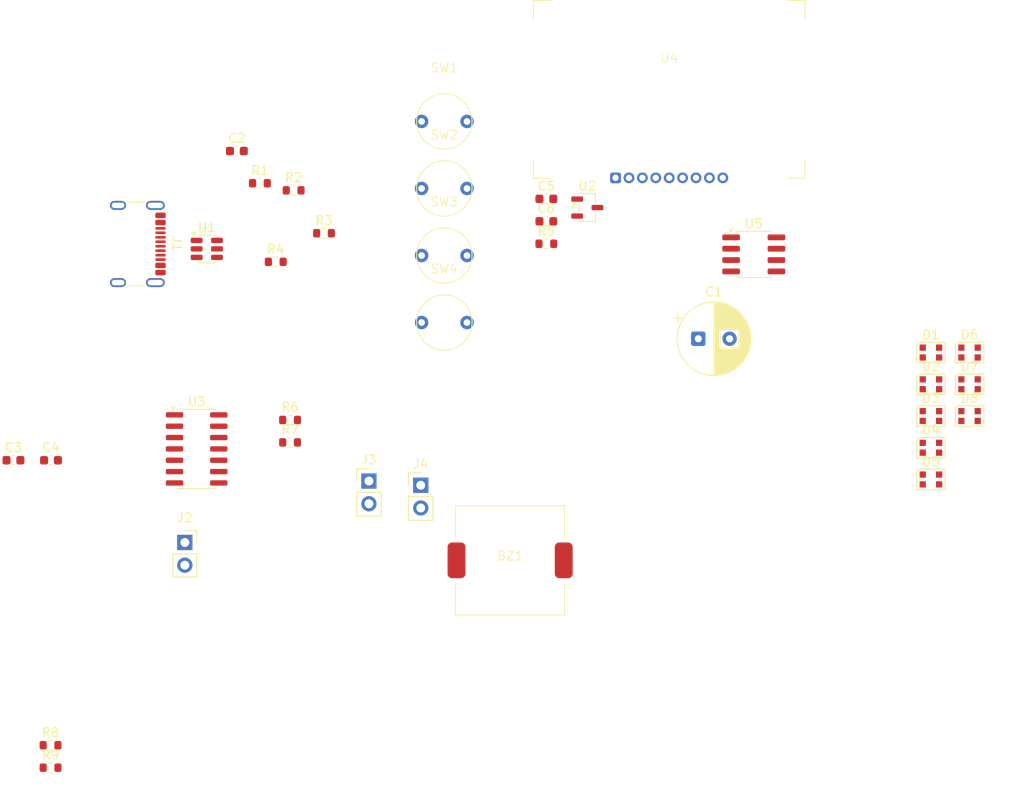
<source format=kicad_pcb>
(kicad_pcb (version 20241229) (generator "pcbnew") (generator_version "9.0")
  (layers (0 "F.Cu" signal) (2 "B.Cu" signal) (13 "F.Paste" user) (15 "B.Paste" user) (5 "F.SilkS" user "F.Silkscreen") (7 "B.SilkS" user "B.Silkscreen") (1 "F.Mask" user) (3 "B.Mask" user) (25 "Edge.Cuts" user))
  (net 0 "")
  (net 1 "GND")
  (net 2 "SPK")
  (net 3 "+3V3")
  (net 4 "VBUS")
  (net 5 "+5V")
  (net 6 "NP")
  (net 7 "Net-(D1-DOUT)")
  (net 8 "Net-(D2-DOUT)")
  (net 9 "Net-(D3-DOUT)")
  (net 10 "Net-(D4-DOUT)")
  (net 11 "Net-(D5-DOUT)")
  (net 12 "Net-(D6-DOUT)")
  (net 13 "Net-(D7-DOUT)")
  (net 14 "Net-(U4-VOUT)")
  (net 15 "Net-(U4-CAP1N)")
  (net 16 "Net-(U4-CAP1P)")
  (net 18 "Net-(J3-Pin_1)")
  (net 19 "SDA_3V3")
  (net 20 "SCL_3V3")
  (net 25 "CC2")
  (net 26 "CC1")
  (net 29 "Net-(J3-Pin_2)")
  (net 30 "Net-(R5-Pad2)")
  (net 31 "UPDI")
  (net 32 "Net-(U1-CFG)")
  (net 33 "V_SENSE")
  (net 34 "WO2")
  (net 35 "BTN1")
  (net 36 "BTN2")
  (net 37 "BTN3")
  (net 38 "BTN4")
  (net 40 "~{PG}")
  (net 41 "WO0")
  (footprint "Resistor_SMD:R_0603_1608Metric" (layer "F.Cu") (at 111.775 122.2)
    (property "Reference" "R7" (at 0 -1.43 0) (layer "F.SilkS"))
    (property "Value" "4k7")
    (fp_line (start -0.237258 -0.5225) (end 0.237258 -0.5225) (stroke (width 0.12)) (layer "F.SilkS"))
    (fp_line (start -0.237258 0.5225) (end 0.237258 0.5225) (stroke (width 0.12)) (layer "F.SilkS"))
    (pad "1" smd roundrect (at -0.825 0) (size 0.8 0.95) (layers "F.Cu" "F.Mask" "F.Paste") (net 33 "V_SENSE"))
    (pad "2" smd roundrect (at 0.825 0) (size 0.8 0.95) (layers "F.Cu" "F.Mask" "F.Paste") (net 1 "GND"))
  )
  (footprint "Capacitor_THT:CP_Radial_D8.0mm_P3.50mm" (layer "F.Cu") (at 157.454698 110.605)
    (property "Reference" "C1" (at 1.75 -5.25 0) (layer "F.SilkS"))
    (property "Value" "470u")
    (fp_line (start -2.659698 -2.315) (end -1.859698 -2.315) (stroke (width 0.12)) (layer "F.SilkS"))
    (fp_line (start -2.259698 -2.715) (end -2.259698 -1.915) (stroke (width 0.12)) (layer "F.SilkS"))
    (fp_line (start 1.75 -4.08) (end 1.75 4.08) (stroke (width 0.12)) (layer "F.SilkS"))
    (fp_line (start 1.79 -4.08) (end 1.79 4.08) (stroke (width 0.12)) (layer "F.SilkS"))
    (fp_line (start 1.83 -4.079) (end 1.83 4.079) (stroke (width 0.12)) (layer "F.SilkS"))
    (fp_line (start 1.87 -4.078) (end 1.87 4.078) (stroke (width 0.12)) (layer "F.SilkS"))
    (fp_line (start 1.91 -4.077) (end 1.91 4.077) (stroke (width 0.12)) (layer "F.SilkS"))
    (fp_line (start 1.95 -4.075) (end 1.95 4.075) (stroke (width 0.12)) (layer "F.SilkS"))
    (fp_line (start 1.99 -4.073) (end 1.99 4.073) (stroke (width 0.12)) (layer "F.SilkS"))
    (fp_line (start 2.03 -4.07) (end 2.03 4.07) (stroke (width 0.12)) (layer "F.SilkS"))
    (fp_line (start 2.07 -4.068) (end 2.07 4.068) (stroke (width 0.12)) (layer "F.SilkS"))
    (fp_line (start 2.11 -4.064) (end 2.11 4.064) (stroke (width 0.12)) (layer "F.SilkS"))
    (fp_line (start 2.15 -4.061) (end 2.15 4.061) (stroke (width 0.12)) (layer "F.SilkS"))
    (fp_line (start 2.19 -4.056) (end 2.19 4.056) (stroke (width 0.12)) (layer "F.SilkS"))
    (fp_line (start 2.23 -4.052) (end 2.23 4.052) (stroke (width 0.12)) (layer "F.SilkS"))
    (fp_line (start 2.27 -4.047) (end 2.27 4.047) (stroke (width 0.12)) (layer "F.SilkS"))
    (fp_line (start 2.31 -4.042) (end 2.31 4.042) (stroke (width 0.12)) (layer "F.SilkS"))
    (fp_line (start 2.35 -4.036) (end 2.35 4.036) (stroke (width 0.12)) (layer "F.SilkS"))
    (fp_line (start 2.39 -4.03) (end 2.39 4.03) (stroke (width 0.12)) (layer "F.SilkS"))
    (fp_line (start 2.43 -4.023) (end 2.43 4.023) (stroke (width 0.12)) (layer "F.SilkS"))
    (fp_line (start 2.47 -4.017) (end 2.47 -1.04) (stroke (width 0.12)) (layer "F.SilkS"))
    (fp_line (start 2.47 1.04) (end 2.47 4.017) (stroke (width 0.12)) (layer "F.SilkS"))
    (fp_line (start 2.51 -4.009) (end 2.51 -1.04) (stroke (width 0.12)) (layer "F.SilkS"))
    (fp_line (start 2.51 1.04) (end 2.51 4.009) (stroke (width 0.12)) (layer "F.SilkS"))
    (fp_line (start 2.55 -4.002) (end 2.55 -1.04) (stroke (width 0.12)) (layer "F.SilkS"))
    (fp_line (start 2.55 1.04) (end 2.55 4.002) (stroke (width 0.12)) (layer "F.SilkS"))
    (fp_line (start 2.59 -3.993) (end 2.59 -1.04) (stroke (width 0.12)) (layer "F.SilkS"))
    (fp_line (start 2.59 1.04) (end 2.59 3.993) (stroke (width 0.12)) (layer "F.SilkS"))
    (fp_line (start 2.63 -3.985) (end 2.63 -1.04) (stroke (width 0.12)) (layer "F.SilkS"))
    (fp_line (start 2.63 1.04) (end 2.63 3.985) (stroke (width 0.12)) (layer "F.SilkS"))
    (fp_line (start 2.67 -3.976) (end 2.67 -1.04) (stroke (width 0.12)) (layer "F.SilkS"))
    (fp_line (start 2.67 1.04) (end 2.67 3.976) (stroke (width 0.12)) (layer "F.SilkS"))
    (fp_line (start 2.71 -3.967) (end 2.71 -1.04) (stroke (width 0.12)) (layer "F.SilkS"))
    (fp_line (start 2.71 1.04) (end 2.71 3.967) (stroke (width 0.12)) (layer "F.SilkS"))
    (fp_line (start 2.75 -3.957) (end 2.75 -1.04) (stroke (width 0.12)) (layer "F.SilkS"))
    (fp_line (start 2.75 1.04) (end 2.75 3.957) (stroke (width 0.12)) (layer "F.SilkS"))
    (fp_line (start 2.79 -3.947) (end 2.79 -1.04) (stroke (width 0.12)) (layer "F.SilkS"))
    (fp_line (start 2.79 1.04) (end 2.79 3.947) (stroke (width 0.12)) (layer "F.SilkS"))
    (fp_line (start 2.83 -3.936) (end 2.83 -1.04) (stroke (width 0.12)) (layer "F.SilkS"))
    (fp_line (start 2.83 1.04) (end 2.83 3.936) (stroke (width 0.12)) (layer "F.SilkS"))
    (fp_line (start 2.87 -3.925) (end 2.87 -1.04) (stroke (width 0.12)) (layer "F.SilkS"))
    (fp_line (start 2.87 1.04) (end 2.87 3.925) (stroke (width 0.12)) (layer "F.SilkS"))
    (fp_line (start 2.91 -3.913) (end 2.91 -1.04) (stroke (width 0.12)) (layer "F.SilkS"))
    (fp_line (start 2.91 1.04) (end 2.91 3.913) (stroke (width 0.12)) (layer "F.SilkS"))
    (fp_line (start 2.95 -3.901) (end 2.95 -1.04) (stroke (width 0.12)) (layer "F.SilkS"))
    (fp_line (start 2.95 1.04) (end 2.95 3.901) (stroke (width 0.12)) (layer "F.SilkS"))
    (fp_line (start 2.99 -3.889) (end 2.99 -1.04) (stroke (width 0.12)) (layer "F.SilkS"))
    (fp_line (start 2.99 1.04) (end 2.99 3.889) (stroke (width 0.12)) (layer "F.SilkS"))
    (fp_line (start 3.03 -3.876) (end 3.03 -1.04) (stroke (width 0.12)) (layer "F.SilkS"))
    (fp_line (start 3.03 1.04) (end 3.03 3.876) (stroke (width 0.12)) (layer "F.SilkS"))
    (fp_line (start 3.07 -3.863) (end 3.07 -1.04) (stroke (width 0.12)) (layer "F.SilkS"))
    (fp_line (start 3.07 1.04) (end 3.07 3.863) (stroke (width 0.12)) (layer "F.SilkS"))
    (fp_line (start 3.11 -3.849) (end 3.11 -1.04) (stroke (width 0.12)) (layer "F.SilkS"))
    (fp_line (start 3.11 1.04) (end 3.11 3.849) (stroke (width 0.12)) (layer "F.SilkS"))
    (fp_line (start 3.15 -3.835) (end 3.15 -1.04) (stroke (width 0.12)) (layer "F.SilkS"))
    (fp_line (start 3.15 1.04) (end 3.15 3.835) (stroke (width 0.12)) (layer "F.SilkS"))
    (fp_line (start 3.19 -3.82) (end 3.19 -1.04) (stroke (width 0.12)) (layer "F.SilkS"))
    (fp_line (start 3.19 1.04) (end 3.19 3.82) (stroke (width 0.12)) (layer "F.SilkS"))
    (fp_line (start 3.23 -3.805) (end 3.23 -1.04) (stroke (width 0.12)) (layer "F.SilkS"))
    (fp_line (start 3.23 1.04) (end 3.23 3.805) (stroke (width 0.12)) (layer "F.SilkS"))
    (fp_line (start 3.27 -3.789) (end 3.27 -1.04) (stroke (width 0.12)) (layer "F.SilkS"))
    (fp_line (start 3.27 1.04) (end 3.27 3.789) (stroke (width 0.12)) (layer "F.SilkS"))
    (fp_line (start 3.31 -3.773) (end 3.31 -1.04) (stroke (width 0.12)) (layer "F.SilkS"))
    (fp_line (start 3.31 1.04) (end 3.31 3.773) (stroke (width 0.12)) (layer "F.SilkS"))
    (fp_line (start 3.35 -3.757) (end 3.35 -1.04) (stroke (width 0.12)) (layer "F.SilkS"))
    (fp_line (start 3.35 1.04) (end 3.35 3.757) (stroke (width 0.12)) (layer "F.SilkS"))
    (fp_line (start 3.39 -3.74) (end 3.39 -1.04) (stroke (width 0.12)) (layer "F.SilkS"))
    (fp_line (start 3.39 1.04) (end 3.39 3.74) (stroke (width 0.12)) (layer "F.SilkS"))
    (fp_line (start 3.43 -3.722) (end 3.43 -1.04) (stroke (width 0.12)) (layer "F.SilkS"))
    (fp_line (start 3.43 1.04) (end 3.43 3.722) (stroke (width 0.12)) (layer "F.SilkS"))
    (fp_line (start 3.47 -3.704) (end 3.47 -1.04) (stroke (width 0.12)) (layer "F.SilkS"))
    (fp_line (start 3.47 1.04) (end 3.47 3.704) (stroke (width 0.12)) (layer "F.SilkS"))
    (fp_line (start 3.51 -3.685) (end 3.51 -1.04) (stroke (width 0.12)) (layer "F.SilkS"))
    (fp_line (start 3.51 1.04) (end 3.51 3.685) (stroke (width 0.12)) (layer "F.SilkS"))
    (fp_line (start 3.55 -3.666) (end 3.55 -1.04) (stroke (width 0.12)) (layer "F.SilkS"))
    (fp_line (start 3.55 1.04) (end 3.55 3.666) (stroke (width 0.12)) (layer "F.SilkS"))
    (fp_line (start 3.59 -3.646) (end 3.59 -1.04) (stroke (width 0.12)) (layer "F.SilkS"))
    (fp_line (start 3.59 1.04) (end 3.59 3.646) (stroke (width 0.12)) (layer "F.SilkS"))
    (fp_line (start 3.63 -3.626) (end 3.63 -1.04) (stroke (width 0.12)) (layer "F.SilkS"))
    (fp_line (start 3.63 1.04) (end 3.63 3.626) (stroke (width 0.12)) (layer "F.SilkS"))
    (fp_line (start 3.67 -3.605) (end 3.67 -1.04) (stroke (width 0.12)) (layer "F.SilkS"))
    (fp_line (start 3.67 1.04) (end 3.67 3.605) (stroke (width 0.12)) (layer "F.SilkS"))
    (fp_line (start 3.71 -3.584) (end 3.71 -1.04) (stroke (width 0.12)) (layer "F.SilkS"))
    (fp_line (start 3.71 1.04) (end 3.71 3.584) (stroke (width 0.12)) (layer "F.SilkS"))
    (fp_line (start 3.75 -3.562) (end 3.75 -1.04) (stroke (width 0.12)) (layer "F.SilkS"))
    (fp_line (start 3.75 1.04) (end 3.75 3.562) (stroke (width 0.12)) (layer "F.SilkS"))
    (fp_line (start 3.79 -3.539) (end 3.79 -1.04) (stroke (width 0.12)) (layer "F.SilkS"))
    (fp_line (start 3.79 1.04) (end 3.79 3.539) (stroke (width 0.12)) (layer "F.SilkS"))
    (fp_line (start 3.83 -3.516) (end 3.83 -1.04) (stroke (width 0.12)) (layer "F.SilkS"))
    (fp_line (start 3.83 1.04) (end 3.83 3.516) (stroke (width 0.12)) (layer "F.SilkS"))
    (fp_line (start 3.87 -3.493) (end 3.87 -1.04) (stroke (width 0.12)) (layer "F.SilkS"))
    (fp_line (start 3.87 1.04) (end 3.87 3.493) (stroke (width 0.12)) (layer "F.SilkS"))
    (fp_line (start 3.91 -3.468) (end 3.91 -1.04) (stroke (width 0.12)) (layer "F.SilkS"))
    (fp_line (start 3.91 1.04) (end 3.91 3.468) (stroke (width 0.12)) (layer "F.SilkS"))
    (fp_line (start 3.95 -3.443) (end 3.95 -1.04) (stroke (width 0.12)) (layer "F.SilkS"))
    (fp_line (start 3.95 1.04) (end 3.95 3.443) (stroke (width 0.12)) (layer "F.SilkS"))
    (fp_line (start 3.99 -3.418) (end 3.99 -1.04) (stroke (width 0.12)) (layer "F.SilkS"))
    (fp_line (start 3.99 1.04) (end 3.99 3.418) (stroke (width 0.12)) (layer "F.SilkS"))
    (fp_line (start 4.03 -3.392) (end 4.03 -1.04) (stroke (width 0.12)) (layer "F.SilkS"))
    (fp_line (start 4.03 1.04) (end 4.03 3.392) (stroke (width 0.12)) (layer "F.SilkS"))
    (fp_line (start 4.07 -3.365) (end 4.07 -1.04) (stroke (width 0.12)) (layer "F.SilkS"))
    (fp_line (start 4.07 1.04) (end 4.07 3.365) (stroke (width 0.12)) (layer "F.SilkS"))
    (fp_line (start 4.11 -3.337) (end 4.11 -1.04) (stroke (width 0.12)) (layer "F.SilkS"))
    (fp_line (start 4.11 1.04) (end 4.11 3.337) (stroke (width 0.12)) (layer "F.SilkS"))
    (fp_line (start 4.15 -3.309) (end 4.15 -1.04) (stroke (width 0.12)) (layer "F.SilkS"))
    (fp_line (start 4.15 1.04) (end 4.15 3.309) (stroke (width 0.12)) (layer "F.SilkS"))
    (fp_line (start 4.19 -3.28) (end 4.19 -1.04) (stroke (width 0.12)) (layer "F.SilkS"))
    (fp_line (start 4.19 1.04) (end 4.19 3.28) (stroke (width 0.12)) (layer "F.SilkS"))
    (fp_line (start 4.23 -3.25) (end 4.23 -1.04) (stroke (width 0.12)) (layer "F.SilkS"))
    (fp_line (start 4.23 1.04) (end 4.23 3.25) (stroke (width 0.12)) (layer "F.SilkS"))
    (fp_line (start 4.27 -3.219) (end 4.27 -1.04) (stroke (width 0.12)) (layer "F.SilkS"))
    (fp_line (start 4.27 1.04) (end 4.27 3.219) (stroke (width 0.12)) (layer "F.SilkS"))
    (fp_line (start 4.31 -3.188) (end 4.31 -1.04) (stroke (width 0.12)) (layer "F.SilkS"))
    (fp_line (start 4.31 1.04) (end 4.31 3.188) (stroke (width 0.12)) (layer "F.SilkS"))
    (fp_line (start 4.35 -3.156) (end 4.35 -1.04) (stroke (width 0.12)) (layer "F.SilkS"))
    (fp_line (start 4.35 1.04) (end 4.35 3.156) (stroke (width 0.12)) (layer "F.SilkS"))
    (fp_line (start 4.39 -3.123) (end 4.39 -1.04) (stroke (width 0.12)) (layer "F.SilkS"))
    (fp_line (start 4.39 1.04) (end 4.39 3.123) (stroke (width 0.12)) (layer "F.SilkS"))
    (fp_line (start 4.43 -3.089) (end 4.43 -1.04) (stroke (width 0.12)) (layer "F.SilkS"))
    (fp_line (start 4.43 1.04) (end 4.43 3.089) (stroke (width 0.12)) (layer "F.SilkS"))
    (fp_line (start 4.47 -3.055) (end 4.47 -1.04) (stroke (width 0.12)) (layer "F.SilkS"))
    (fp_line (start 4.47 1.04) (end 4.47 3.055) (stroke (width 0.12)) (layer "F.SilkS"))
    (fp_line (start 4.51 -3.019) (end 4.51 -1.04) (stroke (width 0.12)) (layer "F.SilkS"))
    (fp_line (start 4.51 1.04) (end 4.51 3.019) (stroke (width 0.12)) (layer "F.SilkS"))
    (fp_line (start 4.55 -2.982) (end 4.55 2.982) (stroke (width 0.12)) (layer "F.SilkS"))
    (fp_line (start 4.59 -2.945) (end 4.59 2.945) (stroke (width 0.12)) (layer "F.SilkS"))
    (fp_line (start 4.63 -2.906) (end 4.63 2.906) (stroke (width 0.12)) (layer "F.SilkS"))
    (fp_line (start 4.67 -2.867) (end 4.67 2.867) (stroke (width 0.12)) (layer "F.SilkS"))
    (fp_line (start 4.71 -2.826) (end 4.71 2.826) (stroke (width 0.12)) (layer "F.SilkS"))
    (fp_line (start 4.75 -2.784) (end 4.75 2.784) (stroke (width 0.12)) (layer "F.SilkS"))
    (fp_line (start 4.79 -2.741) (end 4.79 2.741) (stroke (width 0.12)) (layer "F.SilkS"))
    (fp_line (start 4.83 -2.696) (end 4.83 2.696) (stroke (width 0.12)) (layer "F.SilkS"))
    (fp_line (start 4.87 -2.651) (end 4.87 2.651) (stroke (width 0.12)) (layer "F.SilkS"))
    (fp_line (start 4.91 -2.604) (end 4.91 2.604) (stroke (width 0.12)) (layer "F.SilkS"))
    (fp_line (start 4.95 -2.555) (end 4.95 2.555) (stroke (width 0.12)) (layer "F.SilkS"))
    (fp_line (start 4.99 -2.505) (end 4.99 2.505) (stroke (width 0.12)) (layer "F.SilkS"))
    (fp_line (start 5.03 -2.453) (end 5.03 2.453) (stroke (width 0.12)) (layer "F.SilkS"))
    (fp_line (start 5.07 -2.4) (end 5.07 2.4) (stroke (width 0.12)) (layer "F.SilkS"))
    (fp_line (start 5.11 -2.344) (end 5.11 2.344) (stroke (width 0.12)) (layer "F.SilkS"))
    (fp_line (start 5.15 -2.287) (end 5.15 2.287) (stroke (width 0.12)) (layer "F.SilkS"))
    (fp_line (start 5.19 -2.227) (end 5.19 2.227) (stroke (width 0.12)) (layer "F.SilkS"))
    (fp_line (start 5.23 -2.165) (end 5.23 2.165) (stroke (width 0.12)) (layer "F.SilkS"))
    (fp_line (start 5.27 -2.101) (end 5.27 2.101) (stroke (width 0.12)) (layer "F.SilkS"))
    (fp_line (start 5.31 -2.034) (end 5.31 2.034) (stroke (width 0.12)) (layer "F.SilkS"))
    (fp_line (start 5.35 -1.964) (end 5.35 1.964) (stroke (width 0.12)) (layer "F.SilkS"))
    (fp_line (start 5.39 -1.89) (end 5.39 1.89) (stroke (width 0.12)) (layer "F.SilkS"))
    (fp_line (start 5.43 -1.813) (end 5.43 1.813) (stroke (width 0.12)) (layer "F.SilkS"))
    (fp_line (start 5.47 -1.731) (end 5.47 1.731) (stroke (width 0.12)) (layer "F.SilkS"))
    (fp_line (start 5.51 -1.644) (end 5.51 1.644) (stroke (width 0.12)) (layer "F.SilkS"))
    (fp_line (start 5.55 -1.552) (end 5.55 1.552) (stroke (width 0.12)) (layer "F.SilkS"))
    (fp_line (start 5.59 -1.453) (end 5.59 1.453) (stroke (width 0.12)) (layer "F.SilkS"))
    (fp_line (start 5.63 -1.346) (end 5.63 1.346) (stroke (width 0.12)) (layer "F.SilkS"))
    (fp_line (start 5.67 -1.228) (end 5.67 1.228) (stroke (width 0.12)) (layer "F.SilkS"))
    (fp_line (start 5.71 -1.097) (end 5.71 1.097) (stroke (width 0.12)) (layer "F.SilkS"))
    (fp_line (start 5.75 -0.947) (end 5.75 0.947) (stroke (width 0.12)) (layer "F.SilkS"))
    (fp_line (start 5.79 -0.768) (end 5.79 0.768) (stroke (width 0.12)) (layer "F.SilkS"))
    (fp_line (start 5.83 -0.533) (end 5.83 0.533) (stroke (width 0.12)) (layer "F.SilkS"))
    (fp_circle (center 1.75 0) (end 5.87 0) (stroke (width 0.12)) (fill no) (layer "F.SilkS"))
    (pad "1" thru_hole roundrect (at 0 0) (size 1.6 1.6) (drill 0.8) (layers "*.Cu" "*.Mask") (roundrect_rratio 0.15625) (net 4 "VBUS"))
    (pad "2" thru_hole circle (at 3.5 0) (size 1.6 1.6) (drill 0.8) (layers "*.Cu" "*.Mask") (net 1 "GND"))
  )
  (footprint "Connector_PinHeader_2.54mm:PinHeader_1x02_P2.54mm_Vertical" (layer "F.Cu") (at 126.4 127)
    (property "Reference" "J4" (at 0 -2.38 0) (layer "F.SilkS"))
    (property "Value" "tcn")
    (fp_line (start -1.38 -1.38) (end 0 -1.38) (stroke (width 0.12)) (layer "F.SilkS"))
    (fp_line (start -1.38 0) (end -1.38 -1.38) (stroke (width 0.12)) (layer "F.SilkS"))
    (fp_line (start -1.38 1.27) (end -1.38 3.92) (stroke (width 0.12)) (layer "F.SilkS"))
    (fp_line (start -1.38 1.27) (end 1.38 1.27) (stroke (width 0.12)) (layer "F.SilkS"))
    (fp_line (start -1.38 3.92) (end 1.38 3.92) (stroke (width 0.12)) (layer "F.SilkS"))
    (fp_line (start 1.38 1.27) (end 1.38 3.92) (stroke (width 0.12)) (layer "F.SilkS"))
    (pad "1" thru_hole rect (at 0 0) (size 1.7 1.7) (drill 1) (layers "*.Cu" "*.Mask") (net 4 "VBUS"))
    (pad "2" thru_hole circle (at 0 2.54) (size 1.7 1.7) (drill 1) (layers "*.Cu" "*.Mask") (net 1 "GND"))
  )
  (footprint "LED_SMD:LED_WS2812B-2020_PLCC4_2.0x2.0mm" (layer "F.Cu") (at 187.805 115.7)
    (property "Reference" "D7" (at 0 -2 0) (layer "F.SilkS"))
    (property "Value" "WS2812B-2020")
    (fp_line (start -1.6 1.15) (end -1.6 -0.85) (stroke (width 0.12)) (layer "F.SilkS"))
    (fp_line (start -1.6 1.15) (end 1.6 1.15) (stroke (width 0.12)) (layer "F.SilkS"))
    (fp_line (start -1.3 -1.15) (end -1.6 -0.85) (stroke (width 0.12)) (layer "F.SilkS"))
    (fp_line (start -1.3 -1.15) (end 1.6 -1.15) (stroke (width 0.12)) (layer "F.SilkS"))
    (fp_line (start 1.6 -1.15) (end 1.6 1.15) (stroke (width 0.12)) (layer "F.SilkS"))
    (pad "1" smd rect (at -0.915 -0.55) (size 0.7 0.7) (layers "F.Cu" "F.Mask" "F.Paste") (net 13 "Net-(D7-DOUT)"))
    (pad "2" smd rect (at -0.915 0.55) (size 0.7 0.7) (layers "F.Cu" "F.Mask" "F.Paste") (net 1 "GND"))
    (pad "3" smd rect (at 0.915 0.55) (size 0.7 0.7) (layers "F.Cu" "F.Mask" "F.Paste") (net 12 "Net-(D6-DOUT)"))
    (pad "4" smd rect (at 0.915 -0.55) (size 0.7 0.7) (layers "F.Cu" "F.Mask" "F.Paste") (net 5 "+5V"))
  )
  (footprint "Resistor_SMD:R_0603_1608Metric" (layer "F.Cu") (at 108.4 93.2)
    (property "Reference" "R1" (at 0 -1.43 0) (layer "F.SilkS"))
    (property "Value" "5k1")
    (fp_line (start -0.237258 -0.5225) (end 0.237258 -0.5225) (stroke (width 0.12)) (layer "F.SilkS"))
    (fp_line (start -0.237258 0.5225) (end 0.237258 0.5225) (stroke (width 0.12)) (layer "F.SilkS"))
    (pad "1" smd roundrect (at -0.825 0) (size 0.8 0.95) (layers "F.Cu" "F.Mask" "F.Paste") (net 26 "CC1"))
    (pad "2" smd roundrect (at 0.825 0) (size 0.8 0.95) (layers "F.Cu" "F.Mask" "F.Paste") (net 1 "GND"))
  )
  (footprint "Resistor_SMD:R_0603_1608Metric" (layer "F.Cu") (at 112.175 94)
    (property "Reference" "R2" (at 0 -1.43 0) (layer "F.SilkS"))
    (property "Value" "5k1")
    (fp_line (start -0.237258 -0.5225) (end 0.237258 -0.5225) (stroke (width 0.12)) (layer "F.SilkS"))
    (fp_line (start -0.237258 0.5225) (end 0.237258 0.5225) (stroke (width 0.12)) (layer "F.SilkS"))
    (pad "1" smd roundrect (at -0.825 0) (size 0.8 0.95) (layers "F.Cu" "F.Mask" "F.Paste") (net 25 "CC2"))
    (pad "2" smd roundrect (at 0.825 0) (size 0.8 0.95) (layers "F.Cu" "F.Mask" "F.Paste") (net 1 "GND"))
  )
  (footprint "Resistor_SMD:R_0603_1608Metric" (layer "F.Cu") (at 84.975 158.6)
    (property "Reference" "R9" (at 0 -1.43 0) (layer "F.SilkS"))
    (property "Value" "4k7")
    (fp_line (start -0.237258 -0.5225) (end 0.237258 -0.5225) (stroke (width 0.12)) (layer "F.SilkS"))
    (fp_line (start -0.237258 0.5225) (end 0.237258 0.5225) (stroke (width 0.12)) (layer "F.SilkS"))
    (pad "1" smd roundrect (at -0.825 0) (size 0.8 0.95) (layers "F.Cu" "F.Mask" "F.Paste") (net 3 "+3V3"))
    (pad "2" smd roundrect (at 0.825 0) (size 0.8 0.95) (layers "F.Cu" "F.Mask" "F.Paste") (net 19 "SDA_3V3"))
  )
  (footprint "Capacitor_SMD:C_0603_1608Metric" (layer "F.Cu") (at 140.455 94.955)
    (property "Reference" "C5" (at 0 -1.43 0) (layer "F.SilkS"))
    (property "Value" "1u")
    (fp_line (start -0.14058 -0.51) (end 0.14058 -0.51) (stroke (width 0.12)) (layer "F.SilkS"))
    (fp_line (start -0.14058 0.51) (end 0.14058 0.51) (stroke (width 0.12)) (layer "F.SilkS"))
    (pad "1" smd roundrect (at -0.775 0) (size 0.9 0.95) (layers "F.Cu" "F.Mask" "F.Paste") (net 3 "+3V3"))
    (pad "2" smd roundrect (at 0.775 0) (size 0.9 0.95) (layers "F.Cu" "F.Mask" "F.Paste") (net 14 "Net-(U4-VOUT)"))
  )
  (footprint "Capacitor_SMD:C_0603_1608Metric" (layer "F.Cu") (at 140.455 97.465)
    (property "Reference" "C6" (at 0 -1.43 0) (layer "F.SilkS"))
    (property "Value" "1u")
    (fp_line (start -0.14058 -0.51) (end 0.14058 -0.51) (stroke (width 0.12)) (layer "F.SilkS"))
    (fp_line (start -0.14058 0.51) (end 0.14058 0.51) (stroke (width 0.12)) (layer "F.SilkS"))
    (pad "1" smd roundrect (at -0.775 0) (size 0.9 0.95) (layers "F.Cu" "F.Mask" "F.Paste") (net 16 "Net-(U4-CAP1P)"))
    (pad "2" smd roundrect (at 0.775 0) (size 0.9 0.95) (layers "F.Cu" "F.Mask" "F.Paste") (net 15 "Net-(U4-CAP1N)"))
  )
  (footprint "Library:AQM0802A-RN-GBW" (layer "F.Cu") (at 154.2 79.7)
    (property "Reference" "U4" (at 0 -0.5 0) (layer "F.SilkS") (effects (font (thickness 0.1))))
    (property "Value" "AQM0802A-RN-GBW")
    (fp_line (start -15.2 -6.95) (end -13.2 -6.95) (stroke (width 0.1)) (layer "F.SilkS"))
    (fp_line (start -15.2 -4.95) (end -15.2 -6.95) (stroke (width 0.1)) (layer "F.SilkS"))
    (fp_line (start -15.2 12.95) (end -15.2 10.95) (stroke (width 0.1)) (layer "F.SilkS"))
    (fp_line (start -13.2 12.95) (end -15.2 12.95) (stroke (width 0.1)) (layer "F.SilkS"))
    (fp_line (start 13.2 -6.95) (end 15.2 -6.95) (stroke (width 0.1)) (layer "F.SilkS"))
    (fp_line (start 15.2 -6.95) (end 15.2 -4.95) (stroke (width 0.1)) (layer "F.SilkS"))
    (fp_line (start 15.2 10.95) (end 15.2 12.95) (stroke (width 0.1)) (layer "F.SilkS"))
    (fp_line (start 15.2 12.95) (end 13.2 12.95) (stroke (width 0.1)) (layer "F.SilkS"))
    (pad "1" thru_hole roundrect (at -6 12.9) (size 1.2 1.2) (drill 0.7) (layers "*.Cu" "*.Mask") (roundrect_rratio 0.2083333333))
    (pad "2" thru_hole circle (at -4.5 12.9) (size 1.2 1.2) (drill 0.7) (layers "*.Cu" "*.Mask") (net 14 "Net-(U4-VOUT)"))
    (pad "3" thru_hole circle (at -3 12.9) (size 1.2 1.2) (drill 0.7) (layers "*.Cu" "*.Mask") (net 15 "Net-(U4-CAP1N)"))
    (pad "4" thru_hole circle (at -1.5 12.9) (size 1.2 1.2) (drill 0.7) (layers "*.Cu" "*.Mask") (net 16 "Net-(U4-CAP1P)"))
    (pad "5" thru_hole circle (at 0 12.9) (size 1.2 1.2) (drill 0.7) (layers "*.Cu" "*.Mask") (net 3 "+3V3"))
    (pad "6" thru_hole circle (at 1.5 12.9) (size 1.2 1.2) (drill 0.7) (layers "*.Cu" "*.Mask") (net 1 "GND"))
    (pad "7" thru_hole circle (at 3 12.9) (size 1.2 1.2) (drill 0.7) (layers "*.Cu" "*.Mask") (net 19 "SDA_3V3"))
    (pad "8" thru_hole circle (at 4.5 12.9) (size 1.2 1.2) (drill 0.7) (layers "*.Cu" "*.Mask") (net 20 "SCL_3V3"))
    (pad "9" thru_hole circle (at 6 12.9) (size 1.2 1.2) (drill 0.7) (layers "*.Cu" "*.Mask") (net 3 "+3V3"))
  )
  (footprint "Library:alps-skrg" (layer "F.Cu") (at 129.035 93.79)
    (property "Reference" "SW2" (at 0 -6 0) (layer "F.SilkS") (effects (font (thickness 0.1))))
    (property "Value" "SW_Push")
    (fp_circle (center 0 0) (end 3.1 0) (stroke (width 0.1)) (fill no) (layer "F.SilkS"))
    (pad "1" thru_hole circle (at -2.54 0) (size 1.5 1.5) (drill 0.75) (layers "*.Cu" "*.Mask") (net 1 "GND"))
    (pad "2" thru_hole circle (at 2.54 0) (size 1.5 1.5) (drill 0.75) (layers "*.Cu" "*.Mask") (net 36 "BTN2"))
  )
  (footprint "Resistor_SMD:R_0603_1608Metric" (layer "F.Cu") (at 111.775 119.69)
    (property "Reference" "R6" (at 0 -1.43 0) (layer "F.SilkS"))
    (property "Value" "10k")
    (fp_line (start -0.237258 -0.5225) (end 0.237258 -0.5225) (stroke (width 0.12)) (layer "F.SilkS"))
    (fp_line (start -0.237258 0.5225) (end 0.237258 0.5225) (stroke (width 0.12)) (layer "F.SilkS"))
    (pad "1" smd roundrect (at -0.825 0) (size 0.8 0.95) (layers "F.Cu" "F.Mask" "F.Paste") (net 30 "Net-(R5-Pad2)"))
    (pad "2" smd roundrect (at 0.825 0) (size 0.8 0.95) (layers "F.Cu" "F.Mask" "F.Paste") (net 33 "V_SENSE"))
  )
  (footprint "Library:alps-skrg" (layer "F.Cu") (at 129.035 86.29)
    (property "Reference" "SW1" (at 0 -6 0) (layer "F.SilkS") (effects (font (thickness 0.1))))
    (property "Value" "SW_Push")
    (fp_circle (center 0 0) (end 3.1 0) (stroke (width 0.1)) (fill no) (layer "F.SilkS"))
    (pad "1" thru_hole circle (at -2.54 0) (size 1.5 1.5) (drill 0.75) (layers "*.Cu" "*.Mask") (net 1 "GND"))
    (pad "2" thru_hole circle (at 2.54 0) (size 1.5 1.5) (drill 0.75) (layers "*.Cu" "*.Mask") (net 35 "BTN1"))
  )
  (footprint "Resistor_SMD:R_0603_1608Metric" (layer "F.Cu") (at 84.975 156.09)
    (property "Reference" "R8" (at 0 -1.43 0) (layer "F.SilkS"))
    (property "Value" "4k7")
    (fp_line (start -0.237258 -0.5225) (end 0.237258 -0.5225) (stroke (width 0.12)) (layer "F.SilkS"))
    (fp_line (start -0.237258 0.5225) (end 0.237258 0.5225) (stroke (width 0.12)) (layer "F.SilkS"))
    (pad "1" smd roundrect (at -0.825 0) (size 0.8 0.95) (layers "F.Cu" "F.Mask" "F.Paste") (net 3 "+3V3"))
    (pad "2" smd roundrect (at 0.825 0) (size 0.8 0.95) (layers "F.Cu" "F.Mask" "F.Paste") (net 20 "SCL_3V3"))
  )
  (footprint "Resistor_SMD:R_0603_1608Metric" (layer "F.Cu") (at 140.455 99.975)
    (property "Reference" "R5" (at 0 -1.43 0) (layer "F.SilkS"))
    (property "Value" "4k7")
    (fp_line (start -0.237258 -0.5225) (end 0.237258 -0.5225) (stroke (width 0.12)) (layer "F.SilkS"))
    (fp_line (start -0.237258 0.5225) (end 0.237258 0.5225) (stroke (width 0.12)) (layer "F.SilkS"))
    (pad "1" smd roundrect (at -0.825 0) (size 0.8 0.95) (layers "F.Cu" "F.Mask" "F.Paste") (net 4 "VBUS"))
    (pad "2" smd roundrect (at 0.825 0) (size 0.8 0.95) (layers "F.Cu" "F.Mask" "F.Paste") (net 30 "Net-(R5-Pad2)"))
  )
  (footprint "Capacitor_SMD:C_0603_1608Metric" (layer "F.Cu") (at 80.825 124.2)
    (property "Reference" "C3" (at 0 -1.43 0) (layer "F.SilkS"))
    (property "Value" "1u")
    (fp_line (start -0.14058 -0.51) (end 0.14058 -0.51) (stroke (width 0.12)) (layer "F.SilkS"))
    (fp_line (start -0.14058 0.51) (end 0.14058 0.51) (stroke (width 0.12)) (layer "F.SilkS"))
    (pad "1" smd roundrect (at -0.775 0) (size 0.9 0.95) (layers "F.Cu" "F.Mask" "F.Paste") (net 4 "VBUS"))
    (pad "2" smd roundrect (at 0.775 0) (size 0.9 0.95) (layers "F.Cu" "F.Mask" "F.Paste") (net 1 "GND"))
  )
  (footprint "LED_SMD:LED_WS2812B-2020_PLCC4_2.0x2.0mm" (layer "F.Cu") (at 187.805 112.15)
    (property "Reference" "D6" (at 0 -2 0) (layer "F.SilkS"))
    (property "Value" "WS2812B-2020")
    (fp_line (start -1.6 1.15) (end -1.6 -0.85) (stroke (width 0.12)) (layer "F.SilkS"))
    (fp_line (start -1.6 1.15) (end 1.6 1.15) (stroke (width 0.12)) (layer "F.SilkS"))
    (fp_line (start -1.3 -1.15) (end -1.6 -0.85) (stroke (width 0.12)) (layer "F.SilkS"))
    (fp_line (start -1.3 -1.15) (end 1.6 -1.15) (stroke (width 0.12)) (layer "F.SilkS"))
    (fp_line (start 1.6 -1.15) (end 1.6 1.15) (stroke (width 0.12)) (layer "F.SilkS"))
    (pad "1" smd rect (at -0.915 -0.55) (size 0.7 0.7) (layers "F.Cu" "F.Mask" "F.Paste") (net 12 "Net-(D6-DOUT)"))
    (pad "2" smd rect (at -0.915 0.55) (size 0.7 0.7) (layers "F.Cu" "F.Mask" "F.Paste") (net 1 "GND"))
    (pad "3" smd rect (at 0.915 0.55) (size 0.7 0.7) (layers "F.Cu" "F.Mask" "F.Paste") (net 11 "Net-(D5-DOUT)"))
    (pad "4" smd rect (at 0.915 -0.55) (size 0.7 0.7) (layers "F.Cu" "F.Mask" "F.Paste") (net 5 "+5V"))
  )
  (footprint "Connector_PinHeader_2.54mm:PinHeader_1x02_P2.54mm_Vertical" (layer "F.Cu") (at 120.6 126.525)
    (property "Reference" "J3" (at 0 -2.38 0) (layer "F.SilkS"))
    (property "Value" "feeder")
    (fp_line (start -1.38 -1.38) (end 0 -1.38) (stroke (width 0.12)) (layer "F.SilkS"))
    (fp_line (start -1.38 0) (end -1.38 -1.38) (stroke (width 0.12)) (layer "F.SilkS"))
    (fp_line (start -1.38 1.27) (end -1.38 3.92) (stroke (width 0.12)) (layer "F.SilkS"))
    (fp_line (start -1.38 1.27) (end 1.38 1.27) (stroke (width 0.12)) (layer "F.SilkS"))
    (fp_line (start -1.38 3.92) (end 1.38 3.92) (stroke (width 0.12)) (layer "F.SilkS"))
    (fp_line (start 1.38 1.27) (end 1.38 3.92) (stroke (width 0.12)) (layer "F.SilkS"))
    (pad "1" thru_hole rect (at 0 0) (size 1.7 1.7) (drill 1) (layers "*.Cu" "*.Mask") (net 18 "Net-(J3-Pin_1)"))
    (pad "2" thru_hole circle (at 0 2.54) (size 1.7 1.7) (drill 1) (layers "*.Cu" "*.Mask") (net 29 "Net-(J3-Pin_2)"))
  )
  (footprint "Capacitor_SMD:C_0603_1608Metric" (layer "F.Cu") (at 105.825 89.6)
    (property "Reference" "C2" (at 0 -1.43 0) (layer "F.SilkS"))
    (property "Value" "1u")
    (fp_line (start -0.14058 -0.51) (end 0.14058 -0.51) (stroke (width 0.12)) (layer "F.SilkS"))
    (fp_line (start -0.14058 0.51) (end 0.14058 0.51) (stroke (width 0.12)) (layer "F.SilkS"))
    (pad "1" smd roundrect (at -0.775 0) (size 0.9 0.95) (layers "F.Cu" "F.Mask" "F.Paste") (net 3 "+3V3"))
    (pad "2" smd roundrect (at 0.775 0) (size 0.9 0.95) (layers "F.Cu" "F.Mask" "F.Paste") (net 1 "GND"))
  )
  (footprint "Package_SO:SOP-8_3.76x4.96mm_P1.27mm" (layer "F.Cu") (at 163.6625 101.165)
    (property "Reference" "U5" (at 0 -3.43 0) (layer "F.SilkS"))
    (property "Value" "AM2837")
    (fp_line (start -1.99 -2.59) (end 1.99 -2.59) (stroke (width 0.12)) (layer "F.SilkS"))
    (fp_line (start -1.99 -2.49) (end -1.99 -2.59) (stroke (width 0.12)) (layer "F.SilkS"))
    (fp_line (start -1.99 2.59) (end -1.99 2.49) (stroke (width 0.12)) (layer "F.SilkS"))
    (fp_line (start 1.99 -2.59) (end 1.99 -2.49) (stroke (width 0.12)) (layer "F.SilkS"))
    (fp_line (start 1.99 2.49) (end 1.99 2.59) (stroke (width 0.12)) (layer "F.SilkS"))
    (fp_line (start 1.99 2.59) (end -1.99 2.59) (stroke (width 0.12)) (layer "F.SilkS"))
    (fp_poly (pts (xy -2.54 -2.5) (xy -2.78 -2.83) (xy -2.3 -2.83)) (stroke (width 0.12)) (fill yes) (layer "F.SilkS"))
    (pad "1" smd roundrect (at -2.5375 -1.905) (size 1.975 0.65) (layers "F.Cu" "F.Mask" "F.Paste") (net 41 "WO0"))
    (pad "2" smd roundrect (at -2.5375 -0.635) (size 1.975 0.65) (layers "F.Cu" "F.Mask" "F.Paste") (net 34 "WO2"))
    (pad "3" smd roundrect (at -2.5375 0.635) (size 1.975 0.65) (layers "F.Cu" "F.Mask" "F.Paste") (net 1 "GND"))
    (pad "4" smd roundrect (at -2.5375 1.905) (size 1.975 0.65) (layers "F.Cu" "F.Mask" "F.Paste") (net 4 "VBUS"))
    (pad "5" smd roundrect (at 2.5375 1.905) (size 1.975 0.65) (layers "F.Cu" "F.Mask" "F.Paste") (net 29 "Net-(J3-Pin_2)"))
    (pad "6" smd roundrect (at 2.5375 0.635) (size 1.975 0.65) (layers "F.Cu" "F.Mask" "F.Paste") (net 29 "Net-(J3-Pin_2)"))
    (pad "7" smd roundrect (at 2.5375 -0.635) (size 1.975 0.65) (layers "F.Cu" "F.Mask" "F.Paste") (net 18 "Net-(J3-Pin_1)"))
    (pad "8" smd roundrect (at 2.5375 -1.905) (size 1.975 0.65) (layers "F.Cu" "F.Mask" "F.Paste") (net 18 "Net-(J3-Pin_1)"))
  )
  (footprint "Package_SO:SOIC-14_3.9x8.7mm_P1.27mm" (layer "F.Cu") (at 101.325 122.93)
    (property "Reference" "U3" (at 0 -5.28 0) (layer "F.SilkS"))
    (property "Value" "ATtiny1604-SS")
    (fp_line (start -2.06 -4.435) (end 2.06 -4.435) (stroke (width 0.12)) (layer "F.SilkS"))
    (fp_line (start -2.06 -4.37) (end -2.06 -4.435) (stroke (width 0.12)) (layer "F.SilkS"))
    (fp_line (start -2.06 4.435) (end -2.06 4.37) (stroke (width 0.12)) (layer "F.SilkS"))
    (fp_line (start 2.06 -4.435) (end 2.06 -4.37) (stroke (width 0.12)) (layer "F.SilkS"))
    (fp_line (start 2.06 4.37) (end 2.06 4.435) (stroke (width 0.12)) (layer "F.SilkS"))
    (fp_line (start 2.06 4.435) (end -2.06 4.435) (stroke (width 0.12)) (layer "F.SilkS"))
    (fp_poly (pts (xy -2.6 -4.37) (xy -2.84 -4.7) (xy -2.36 -4.7)) (stroke (width 0.12)) (fill yes) (layer "F.SilkS"))
    (pad "1" smd roundrect (at -2.475 -3.81) (size 1.95 0.6) (layers "F.Cu" "F.Mask" "F.Paste") (net 3 "+3V3"))
    (pad "2" smd roundrect (at -2.475 -2.54) (size 1.95 0.6) (layers "F.Cu" "F.Mask" "F.Paste") (net 38 "BTN4"))
    (pad "3" smd roundrect (at -2.475 -1.27) (size 1.95 0.6) (layers "F.Cu" "F.Mask" "F.Paste") (net 33 "V_SENSE"))
    (pad "4" smd roundrect (at -2.475 0) (size 1.95 0.6) (layers "F.Cu" "F.Mask" "F.Paste") (net 6 "NP"))
    (pad "5" smd roundrect (at -2.475 1.27) (size 1.95 0.6) (layers "F.Cu" "F.Mask" "F.Paste") (net 2 "SPK"))
    (pad "6" smd roundrect (at -2.475 2.54) (size 1.95 0.6) (layers "F.Cu" "F.Mask" "F.Paste") (net 41 "WO0"))
    (pad "7" smd roundrect (at -2.475 3.81) (size 1.95 0.6) (layers "F.Cu" "F.Mask" "F.Paste") (net 34 "WO2"))
    (pad "8" smd roundrect (at 2.475 3.81) (size 1.95 0.6) (layers "F.Cu" "F.Mask" "F.Paste") (net 19 "SDA_3V3"))
    (pad "9" smd roundrect (at 2.475 2.54) (size 1.95 0.6) (layers "F.Cu" "F.Mask" "F.Paste") (net 20 "SCL_3V3"))
    (pad "10" smd roundrect (at 2.475 1.27) (size 1.95 0.6) (layers "F.Cu" "F.Mask" "F.Paste") (net 31 "UPDI"))
    (pad "11" smd roundrect (at 2.475 0) (size 1.95 0.6) (layers "F.Cu" "F.Mask" "F.Paste") (net 35 "BTN1"))
    (pad "12" smd roundrect (at 2.475 -1.27) (size 1.95 0.6) (layers "F.Cu" "F.Mask" "F.Paste") (net 36 "BTN2"))
    (pad "13" smd roundrect (at 2.475 -2.54) (size 1.95 0.6) (layers "F.Cu" "F.Mask" "F.Paste") (net 37 "BTN3"))
    (pad "14" smd roundrect (at 2.475 -3.81) (size 1.95 0.6) (layers "F.Cu" "F.Mask" "F.Paste") (net 1 "GND"))
  )
  (footprint "Package_TO_SOT_SMD:SOT-23-6" (layer "F.Cu") (at 102.4625 100.55)
    (property "Reference" "U1" (at 0 -2.4 0) (layer "F.SilkS"))
    (property "Value" "CH221K")
    (fp_line (start -0.91 -1.56) (end 0.91 -1.56) (stroke (width 0.12)) (layer "F.SilkS"))
    (fp_line (start -0.91 -1.51) (end -0.91 -1.56) (stroke (width 0.12)) (layer "F.SilkS"))
    (fp_line (start -0.91 1.56) (end -0.91 1.51) (stroke (width 0.12)) (layer "F.SilkS"))
    (fp_line (start 0.91 -1.56) (end 0.91 -1.51) (stroke (width 0.12)) (layer "F.SilkS"))
    (fp_line (start 0.91 1.51) (end 0.91 1.56) (stroke (width 0.12)) (layer "F.SilkS"))
    (fp_line (start 0.91 1.56) (end -0.91 1.56) (stroke (width 0.12)) (layer "F.SilkS"))
    (fp_poly (pts (xy -1.45 -1.51) (xy -1.69 -1.84) (xy -1.21 -1.84)) (stroke (width 0.12)) (fill yes) (layer "F.SilkS"))
    (pad "1" smd roundrect (at -1.1375 -0.95) (size 1.325 0.6) (layers "F.Cu" "F.Mask" "F.Paste") (net 3 "+3V3"))
    (pad "2" smd roundrect (at -1.1375 0) (size 1.325 0.6) (layers "F.Cu" "F.Mask" "F.Paste") (net 1 "GND"))
    (pad "3" smd roundrect (at -1.1375 0.95) (size 1.325 0.6) (layers "F.Cu" "F.Mask" "F.Paste") (net 40 "~{PG}"))
    (pad "4" smd roundrect (at 1.1375 0.95) (size 1.325 0.6) (layers "F.Cu" "F.Mask" "F.Paste") (net 26 "CC1"))
    (pad "5" smd roundrect (at 1.1375 0) (size 1.325 0.6) (layers "F.Cu" "F.Mask" "F.Paste") (net 25 "CC2"))
    (pad "6" smd roundrect (at 1.1375 -0.95) (size 1.325 0.6) (layers "F.Cu" "F.Mask" "F.Paste") (net 32 "Net-(U1-CFG)"))
  )
  (footprint "Connector_PinSocket_2.54mm:PinSocket_1x02_P2.54mm_Vertical" (layer "F.Cu") (at 100 133.4)
    (property "Reference" "J2" (at 0 -2.77 0) (layer "F.SilkS"))
    (property "Value" "UPDI")
    (fp_line (start -1.33 1.27) (end -1.33 3.87) (stroke (width 0.12)) (layer "F.SilkS"))
    (fp_line (start -1.33 1.27) (end 1.33 1.27) (stroke (width 0.12)) (layer "F.SilkS"))
    (fp_line (start -1.33 3.87) (end 1.33 3.87) (stroke (width 0.12)) (layer "F.SilkS"))
    (fp_line (start 0 -1.33) (end 1.33 -1.33) (stroke (width 0.12)) (layer "F.SilkS"))
    (fp_line (start 1.33 -1.33) (end 1.33 0) (stroke (width 0.12)) (layer "F.SilkS"))
    (fp_line (start 1.33 1.27) (end 1.33 3.87) (stroke (width 0.12)) (layer "F.SilkS"))
    (pad "1" thru_hole rect (at 0 0) (size 1.7 1.7) (drill 1) (layers "*.Cu" "*.Mask") (net 1 "GND"))
    (pad "2" thru_hole circle (at 0 2.54) (size 1.7 1.7) (drill 1) (layers "*.Cu" "*.Mask") (net 31 "UPDI"))
  )
  (footprint "LED_SMD:LED_WS2812B-2020_PLCC4_2.0x2.0mm" (layer "F.Cu") (at 183.485 122.8)
    (property "Reference" "D4" (at 0 -2 0) (layer "F.SilkS"))
    (property "Value" "WS2812B-2020")
    (fp_line (start -1.6 1.15) (end -1.6 -0.85) (stroke (width 0.12)) (layer "F.SilkS"))
    (fp_line (start -1.6 1.15) (end 1.6 1.15) (stroke (width 0.12)) (layer "F.SilkS"))
    (fp_line (start -1.3 -1.15) (end -1.6 -0.85) (stroke (width 0.12)) (layer "F.SilkS"))
    (fp_line (start -1.3 -1.15) (end 1.6 -1.15) (stroke (width 0.12)) (layer "F.SilkS"))
    (fp_line (start 1.6 -1.15) (end 1.6 1.15) (stroke (width 0.12)) (layer "F.SilkS"))
    (pad "1" smd rect (at -0.915 -0.55) (size 0.7 0.7) (layers "F.Cu" "F.Mask" "F.Paste") (net 10 "Net-(D4-DOUT)"))
    (pad "2" smd rect (at -0.915 0.55) (size 0.7 0.7) (layers "F.Cu" "F.Mask" "F.Paste") (net 1 "GND"))
    (pad "3" smd rect (at 0.915 0.55) (size 0.7 0.7) (layers "F.Cu" "F.Mask" "F.Paste") (net 9 "Net-(D3-DOUT)"))
    (pad "4" smd rect (at 0.915 -0.55) (size 0.7 0.7) (layers "F.Cu" "F.Mask" "F.Paste") (net 5 "+5V"))
  )
  (footprint "Connector_USB:USB_C_Receptacle_GCT_USB4105-xx-A_16P_TopMnt_Horizontal" (layer "F.Cu") (at 93.6 100 -90)
    (property "Reference" "J1" (at 0 -5.5 270) (layer "F.SilkS"))
    (property "Value" "USB_C_Receptacle_USB2.0_16P")
    (fp_line (start -4.67 -0.1) (end -4.67 -1.8) (stroke (width 0.12)) (layer "F.SilkS"))
    (fp_line (start 4.67 -0.1) (end 4.67 -1.8) (stroke (width 0.12)) (layer "F.SilkS"))
    (pad "" np_thru_hole circle (at -2.89 -2.605 270) (size 0.65 0.65) (drill 0.65) (layers "*.Cu" "*.Mask"))
    (pad "" np_thru_hole circle (at 2.89 -2.605 270) (size 0.65 0.65) (drill 0.65) (layers "*.Cu" "*.Mask"))
    (pad "A1" smd roundrect (at -3.2 -3.68 270) (size 0.6 1.15) (layers "F.Cu" "F.Mask" "F.Paste") (net 1 "GND"))
    (pad "A4" smd roundrect (at -2.4 -3.68 270) (size 0.6 1.15) (layers "F.Cu" "F.Mask" "F.Paste") (net 4 "VBUS"))
    (pad "A5" smd roundrect (at -1.25 -3.68 270) (size 0.3 1.15) (layers "F.Cu" "F.Mask" "F.Paste") (net 26 "CC1"))
    (pad "A6" smd roundrect (at -0.25 -3.68 270) (size 0.3 1.15) (layers "F.Cu" "F.Mask" "F.Paste"))
    (pad "A7" smd roundrect (at 0.25 -3.68 270) (size 0.3 1.15) (layers "F.Cu" "F.Mask" "F.Paste"))
    (pad "A8" smd roundrect (at 1.25 -3.68 270) (size 0.3 1.15) (layers "F.Cu" "F.Mask" "F.Paste"))
    (pad "A9" smd roundrect (at 2.4 -3.68 270) (size 0.6 1.15) (layers "F.Cu" "F.Mask" "F.Paste") (net 4 "VBUS"))
    (pad "A12" smd roundrect (at 3.2 -3.68 270) (size 0.6 1.15) (layers "F.Cu" "F.Mask" "F.Paste") (net 1 "GND"))
    (pad "B1" smd roundrect (at 3.2 -3.68 270) (size 0.6 1.15) (layers "F.Cu" "F.Mask" "F.Paste") (net 1 "GND"))
    (pad "B4" smd roundrect (at 2.4 -3.68 270) (size 0.6 1.15) (layers "F.Cu" "F.Mask" "F.Paste") (net 4 "VBUS"))
    (pad "B5" smd roundrect (at 1.75 -3.68 270) (size 0.3 1.15) (layers "F.Cu" "F.Mask" "F.Paste") (net 25 "CC2"))
    (pad "B6" smd roundrect (at 0.75 -3.68 270) (size 0.3 1.15) (layers "F.Cu" "F.Mask" "F.Paste"))
    (pad "B7" smd roundrect (at -0.75 -3.68 270) (size 0.3 1.15) (layers "F.Cu" "F.Mask" "F.Paste"))
    (pad "B8" smd roundrect (at -1.75 -3.68 270) (size 0.3 1.15) (layers "F.Cu" "F.Mask" "F.Paste"))
    (pad "B9" smd roundrect (at -2.4 -3.68 270) (size 0.6 1.15) (layers "F.Cu" "F.Mask" "F.Paste") (net 4 "VBUS"))
    (pad "B12" smd roundrect (at -3.2 -3.68 270) (size 0.6 1.15) (layers "F.Cu" "F.Mask" "F.Paste") (net 1 "GND"))
    (pad "S1" thru_hole oval (at -4.32 -3.105 270) (size 1 2.1) (drill oval 0.6 1.7) (property pad_prop_heatsink) (layers "*.Cu" "*.Mask" "F.Paste") (net 1 "GND"))
    (pad "S1" thru_hole oval (at -4.32 1.075 270) (size 1 1.8) (drill oval 0.6 1.4) (property pad_prop_heatsink) (layers "*.Cu" "*.Mask" "F.Paste") (net 1 "GND"))
    (pad "S1" thru_hole oval (at 4.32 -3.105 270) (size 1 2.1) (drill oval 0.6 1.7) (property pad_prop_heatsink) (layers "*.Cu" "*.Mask" "F.Paste") (net 1 "GND"))
    (pad "S1" thru_hole oval (at 4.32 1.075 270) (size 1 1.8) (drill oval 0.6 1.4) (property pad_prop_heatsink) (layers "*.Cu" "*.Mask" "F.Paste") (net 1 "GND"))
  )
  (footprint "Resistor_SMD:R_0603_1608Metric" (layer "F.Cu") (at 110.175 102)
    (property "Reference" "R4" (at 0 -1.43 0) (layer "F.SilkS"))
    (property "Value" "47k")
    (fp_line (start -0.237258 -0.5225) (end 0.237258 -0.5225) (stroke (width 0.12)) (layer "F.SilkS"))
    (fp_line (start -0.237258 0.5225) (end 0.237258 0.5225) (stroke (width 0.12)) (layer "F.SilkS"))
    (pad "1" smd roundrect (at -0.825 0) (size 0.8 0.95) (layers "F.Cu" "F.Mask" "F.Paste") (net 3 "+3V3"))
    (pad "2" smd roundrect (at 0.825 0) (size 0.8 0.95) (layers "F.Cu" "F.Mask" "F.Paste") (net 32 "Net-(U1-CFG)"))
  )
  (footprint "LED_SMD:LED_WS2812B-2020_PLCC4_2.0x2.0mm" (layer "F.Cu") (at 187.805 119.25)
    (property "Reference" "D8" (at 0 -2 0) (layer "F.SilkS"))
    (property "Value" "WS2812B-2020")
    (fp_line (start -1.6 1.15) (end -1.6 -0.85) (stroke (width 0.12)) (layer "F.SilkS"))
    (fp_line (start -1.6 1.15) (end 1.6 1.15) (stroke (width 0.12)) (layer "F.SilkS"))
    (fp_line (start -1.3 -1.15) (end -1.6 -0.85) (stroke (width 0.12)) (layer "F.SilkS"))
    (fp_line (start -1.3 -1.15) (end 1.6 -1.15) (stroke (width 0.12)) (layer "F.SilkS"))
    (fp_line (start 1.6 -1.15) (end 1.6 1.15) (stroke (width 0.12)) (layer "F.SilkS"))
    (pad "1" smd rect (at -0.915 -0.55) (size 0.7 0.7) (layers "F.Cu" "F.Mask" "F.Paste"))
    (pad "2" smd rect (at -0.915 0.55) (size 0.7 0.7) (layers "F.Cu" "F.Mask" "F.Paste") (net 1 "GND"))
    (pad "3" smd rect (at 0.915 0.55) (size 0.7 0.7) (layers "F.Cu" "F.Mask" "F.Paste") (net 13 "Net-(D7-DOUT)"))
    (pad "4" smd rect (at 0.915 -0.55) (size 0.7 0.7) (layers "F.Cu" "F.Mask" "F.Paste") (net 5 "+5V"))
  )
  (footprint "Library:PKLCS1212E4001-R1" (layer "F.Cu") (at 136.4 135.4)
    (property "Reference" "BZ1" (at 0 -0.5 0) (layer "F.SilkS") (effects (font (thickness 0.1))))
    (property "Value" "Buzzer")
    (fp_line (start -6.1 -6.1) (end -6.1 -2.54) (stroke (width 0.1)) (layer "F.SilkS"))
    (fp_line (start -6.1 -6.1) (end 6.1 -6.1) (stroke (width 0.1)) (layer "F.SilkS"))
    (fp_line (start -6.1 2.54) (end -6.1 6.1) (stroke (width 0.1)) (layer "F.SilkS"))
    (fp_line (start -6.1 6.1) (end 6.1 6.1) (stroke (width 0.1)) (layer "F.SilkS"))
    (fp_line (start 6.1 -6.1) (end 6.1 -2.54) (stroke (width 0.1)) (layer "F.SilkS"))
    (fp_line (start 6.1 2.54) (end 6.1 6.1) (stroke (width 0.1)) (layer "F.SilkS"))
    (pad "1" smd roundrect (at -6 0) (size 2 4) (layers "F.Cu" "F.Mask" "F.Paste") (net 2 "SPK"))
    (pad "2" smd roundrect (at 6 0) (size 2 4) (layers "F.Cu" "F.Mask" "F.Paste") (net 1 "GND"))
  )
  (footprint "Resistor_SMD:R_0603_1608Metric" (layer "F.Cu") (at 115.575 98.8)
    (property "Reference" "R3" (at 0 -1.43 0) (layer "F.SilkS"))
    (property "Value" "1k")
    (fp_line (start -0.237258 -0.5225) (end 0.237258 -0.5225) (stroke (width 0.12)) (layer "F.SilkS"))
    (fp_line (start -0.237258 0.5225) (end 0.237258 0.5225) (stroke (width 0.12)) (layer "F.SilkS"))
    (pad "1" smd roundrect (at -0.825 0) (size 0.8 0.95) (layers "F.Cu" "F.Mask" "F.Paste") (net 4 "VBUS"))
    (pad "2" smd roundrect (at 0.825 0) (size 0.8 0.95) (layers "F.Cu" "F.Mask" "F.Paste") (net 3 "+3V3"))
  )
  (footprint "Capacitor_SMD:C_0603_1608Metric" (layer "F.Cu") (at 85.025 124.2)
    (property "Reference" "C4" (at 0 -1.43 0) (layer "F.SilkS"))
    (property "Value" "4u7")
    (fp_line (start -0.14058 -0.51) (end 0.14058 -0.51) (stroke (width 0.12)) (layer "F.SilkS"))
    (fp_line (start -0.14058 0.51) (end 0.14058 0.51) (stroke (width 0.12)) (layer "F.SilkS"))
    (pad "1" smd roundrect (at -0.775 0) (size 0.9 0.95) (layers "F.Cu" "F.Mask" "F.Paste") (net 5 "+5V"))
    (pad "2" smd roundrect (at 0.775 0) (size 0.9 0.95) (layers "F.Cu" "F.Mask" "F.Paste") (net 1 "GND"))
  )
  (footprint "LED_SMD:LED_WS2812B-2020_PLCC4_2.0x2.0mm" (layer "F.Cu") (at 183.485 126.35)
    (property "Reference" "D5" (at 0 -2 0) (layer "F.SilkS"))
    (property "Value" "WS2812B-2020")
    (fp_line (start -1.6 1.15) (end -1.6 -0.85) (stroke (width 0.12)) (layer "F.SilkS"))
    (fp_line (start -1.6 1.15) (end 1.6 1.15) (stroke (width 0.12)) (layer "F.SilkS"))
    (fp_line (start -1.3 -1.15) (end -1.6 -0.85) (stroke (width 0.12)) (layer "F.SilkS"))
    (fp_line (start -1.3 -1.15) (end 1.6 -1.15) (stroke (width 0.12)) (layer "F.SilkS"))
    (fp_line (start 1.6 -1.15) (end 1.6 1.15) (stroke (width 0.12)) (layer "F.SilkS"))
    (pad "1" smd rect (at -0.915 -0.55) (size 0.7 0.7) (layers "F.Cu" "F.Mask" "F.Paste") (net 11 "Net-(D5-DOUT)"))
    (pad "2" smd rect (at -0.915 0.55) (size 0.7 0.7) (layers "F.Cu" "F.Mask" "F.Paste") (net 1 "GND"))
    (pad "3" smd rect (at 0.915 0.55) (size 0.7 0.7) (layers "F.Cu" "F.Mask" "F.Paste") (net 10 "Net-(D4-DOUT)"))
    (pad "4" smd rect (at 0.915 -0.55) (size 0.7 0.7) (layers "F.Cu" "F.Mask" "F.Paste") (net 5 "+5V"))
  )
  (footprint "LED_SMD:LED_WS2812B-2020_PLCC4_2.0x2.0mm" (layer "F.Cu") (at 183.485 112.15)
    (property "Reference" "D1" (at 0 -2 0) (layer "F.SilkS"))
    (property "Value" "WS2812B-2020")
    (fp_line (start -1.6 1.15) (end -1.6 -0.85) (stroke (width 0.12)) (layer "F.SilkS"))
    (fp_line (start -1.6 1.15) (end 1.6 1.15) (stroke (width 0.12)) (layer "F.SilkS"))
    (fp_line (start -1.3 -1.15) (end -1.6 -0.85) (stroke (width 0.12)) (layer "F.SilkS"))
    (fp_line (start -1.3 -1.15) (end 1.6 -1.15) (stroke (width 0.12)) (layer "F.SilkS"))
    (fp_line (start 1.6 -1.15) (end 1.6 1.15) (stroke (width 0.12)) (layer "F.SilkS"))
    (pad "1" smd rect (at -0.915 -0.55) (size 0.7 0.7) (layers "F.Cu" "F.Mask" "F.Paste") (net 7 "Net-(D1-DOUT)"))
    (pad "2" smd rect (at -0.915 0.55) (size 0.7 0.7) (layers "F.Cu" "F.Mask" "F.Paste") (net 1 "GND"))
    (pad "3" smd rect (at 0.915 0.55) (size 0.7 0.7) (layers "F.Cu" "F.Mask" "F.Paste") (net 6 "NP"))
    (pad "4" smd rect (at 0.915 -0.55) (size 0.7 0.7) (layers "F.Cu" "F.Mask" "F.Paste") (net 5 "+5V"))
  )
  (footprint "LED_SMD:LED_WS2812B-2020_PLCC4_2.0x2.0mm" (layer "F.Cu") (at 183.485 119.25)
    (property "Reference" "D3" (at 0 -2 0) (layer "F.SilkS"))
    (property "Value" "WS2812B-2020")
    (fp_line (start -1.6 1.15) (end -1.6 -0.85) (stroke (width 0.12)) (layer "F.SilkS"))
    (fp_line (start -1.6 1.15) (end 1.6 1.15) (stroke (width 0.12)) (layer "F.SilkS"))
    (fp_line (start -1.3 -1.15) (end -1.6 -0.85) (stroke (width 0.12)) (layer "F.SilkS"))
    (fp_line (start -1.3 -1.15) (end 1.6 -1.15) (stroke (width 0.12)) (layer "F.SilkS"))
    (fp_line (start 1.6 -1.15) (end 1.6 1.15) (stroke (width 0.12)) (layer "F.SilkS"))
    (pad "1" smd rect (at -0.915 -0.55) (size 0.7 0.7) (layers "F.Cu" "F.Mask" "F.Paste") (net 9 "Net-(D3-DOUT)"))
    (pad "2" smd rect (at -0.915 0.55) (size 0.7 0.7) (layers "F.Cu" "F.Mask" "F.Paste") (net 1 "GND"))
    (pad "3" smd rect (at 0.915 0.55) (size 0.7 0.7) (layers "F.Cu" "F.Mask" "F.Paste") (net 8 "Net-(D2-DOUT)"))
    (pad "4" smd rect (at 0.915 -0.55) (size 0.7 0.7) (layers "F.Cu" "F.Mask" "F.Paste") (net 5 "+5V"))
  )
  (footprint "Package_TO_SOT_SMD:SOT-23-3" (layer "F.Cu") (at 145.035 95.925)
    (property "Reference" "U2" (at 0 -2.4 0) (layer "F.SilkS"))
    (property "Value" "AP7375")
    (fp_line (start -0.91 -1.56) (end 0.91 -1.56) (stroke (width 0.12)) (layer "F.SilkS"))
    (fp_line (start -0.91 -1.51) (end -0.91 -1.56) (stroke (width 0.12)) (layer "F.SilkS"))
    (fp_line (start -0.91 0.39) (end -0.91 -0.39) (stroke (width 0.12)) (layer "F.SilkS"))
    (fp_line (start -0.91 1.56) (end -0.91 1.51) (stroke (width 0.12)) (layer "F.SilkS"))
    (fp_line (start 0.91 -1.56) (end 0.91 -0.56) (stroke (width 0.12)) (layer "F.SilkS"))
    (fp_line (start 0.91 0.56) (end 0.91 1.56) (stroke (width 0.12)) (layer "F.SilkS"))
    (fp_line (start 0.91 1.56) (end -0.91 1.56) (stroke (width 0.12)) (layer "F.SilkS"))
    (fp_poly (pts (xy -1.45 -0.38) (xy -1.21 -0.05) (xy -1.69 -0.05)) (stroke (width 0.12)) (fill yes) (layer "F.SilkS"))
    (pad "1" smd roundrect (at -1.1375 -0.95) (size 1.325 0.6) (layers "F.Cu" "F.Mask" "F.Paste") (net 4 "VBUS"))
    (pad "2" smd roundrect (at -1.1375 0.95) (size 1.325 0.6) (layers "F.Cu" "F.Mask" "F.Paste") (net 5 "+5V"))
    (pad "3" smd roundrect (at 1.1375 0) (size 1.325 0.6) (layers "F.Cu" "F.Mask" "F.Paste") (net 1 "GND"))
  )
  (footprint "Library:alps-skrg" (layer "F.Cu") (at 129.035 108.79)
    (property "Reference" "SW4" (at 0 -6 0) (layer "F.SilkS") (effects (font (thickness 0.1))))
    (property "Value" "SW_Push")
    (fp_circle (center 0 0) (end 3.1 0) (stroke (width 0.1)) (fill no) (layer "F.SilkS"))
    (pad "1" thru_hole circle (at -2.54 0) (size 1.5 1.5) (drill 0.75) (layers "*.Cu" "*.Mask") (net 1 "GND"))
    (pad "2" thru_hole circle (at 2.54 0) (size 1.5 1.5) (drill 0.75) (layers "*.Cu" "*.Mask") (net 38 "BTN4"))
  )
  (footprint "LED_SMD:LED_WS2812B-2020_PLCC4_2.0x2.0mm" (layer "F.Cu") (at 183.485 115.7)
    (property "Reference" "D2" (at 0 -2 0) (layer "F.SilkS"))
    (property "Value" "WS2812B-2020")
    (fp_line (start -1.6 1.15) (end -1.6 -0.85) (stroke (width 0.12)) (layer "F.SilkS"))
    (fp_line (start -1.6 1.15) (end 1.6 1.15) (stroke (width 0.12)) (layer "F.SilkS"))
    (fp_line (start -1.3 -1.15) (end -1.6 -0.85) (stroke (width 0.12)) (layer "F.SilkS"))
    (fp_line (start -1.3 -1.15) (end 1.6 -1.15) (stroke (width 0.12)) (layer "F.SilkS"))
    (fp_line (start 1.6 -1.15) (end 1.6 1.15) (stroke (width 0.12)) (layer "F.SilkS"))
    (pad "1" smd rect (at -0.915 -0.55) (size 0.7 0.7) (layers "F.Cu" "F.Mask" "F.Paste") (net 8 "Net-(D2-DOUT)"))
    (pad "2" smd rect (at -0.915 0.55) (size 0.7 0.7) (layers "F.Cu" "F.Mask" "F.Paste") (net 1 "GND"))
    (pad "3" smd rect (at 0.915 0.55) (size 0.7 0.7) (layers "F.Cu" "F.Mask" "F.Paste") (net 7 "Net-(D1-DOUT)"))
    (pad "4" smd rect (at 0.915 -0.55) (size 0.7 0.7) (layers "F.Cu" "F.Mask" "F.Paste") (net 5 "+5V"))
  )
  (footprint "Library:alps-skrg" (layer "F.Cu") (at 129.035 101.29)
    (property "Reference" "SW3" (at 0 -6 0) (layer "F.SilkS") (effects (font (thickness 0.1))))
    (property "Value" "SW_Push")
    (fp_circle (center 0 0) (end 3.1 0) (stroke (width 0.1)) (fill no) (layer "F.SilkS"))
    (pad "1" thru_hole circle (at -2.54 0) (size 1.5 1.5) (drill 0.75) (layers "*.Cu" "*.Mask") (net 1 "GND"))
    (pad "2" thru_hole circle (at 2.54 0) (size 1.5 1.5) (drill 0.75) (layers "*.Cu" "*.Mask") (net 37 "BTN3"))
  )
)
</source>
